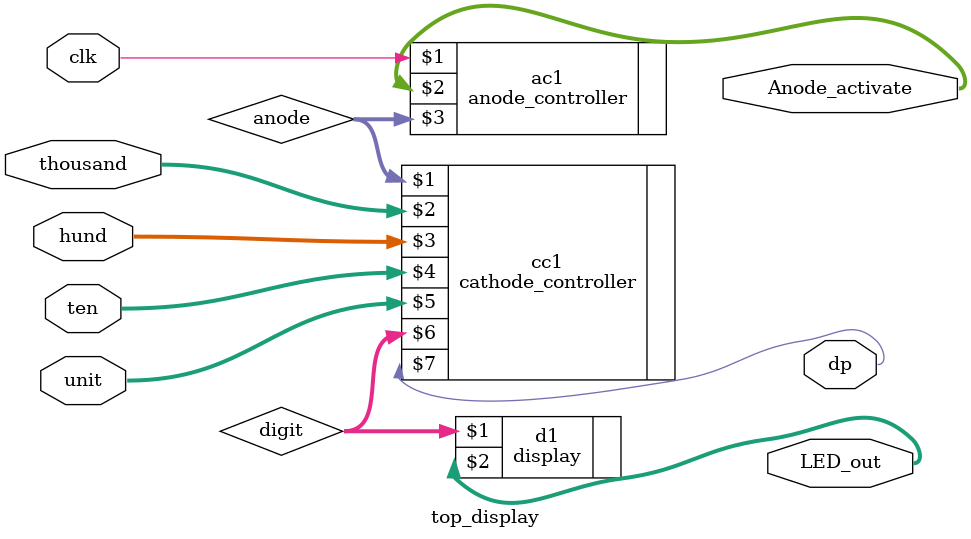
<source format=v>
`timescale 1ns / 1ps


module top_display(
input clk,
input [3:0] thousand,
input [3:0] hund,
input [3:0] ten,
input [3:0] unit,
output [6:0] LED_out,
output dp,
output [3:0] Anode_activate

    );
    wire [3:0] digit;
    wire [1:0] anode;
    anode_controller ac1(clk,Anode_activate,anode);
    cathode_controller cc1(anode,thousand,hund,ten,unit,digit,dp);
    display d1(digit,LED_out);
endmodule

</source>
